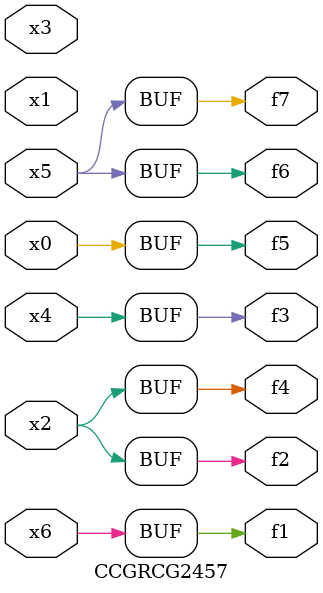
<source format=v>
module CCGRCG2457(
	input x0, x1, x2, x3, x4, x5, x6,
	output f1, f2, f3, f4, f5, f6, f7
);
	assign f1 = x6;
	assign f2 = x2;
	assign f3 = x4;
	assign f4 = x2;
	assign f5 = x0;
	assign f6 = x5;
	assign f7 = x5;
endmodule

</source>
